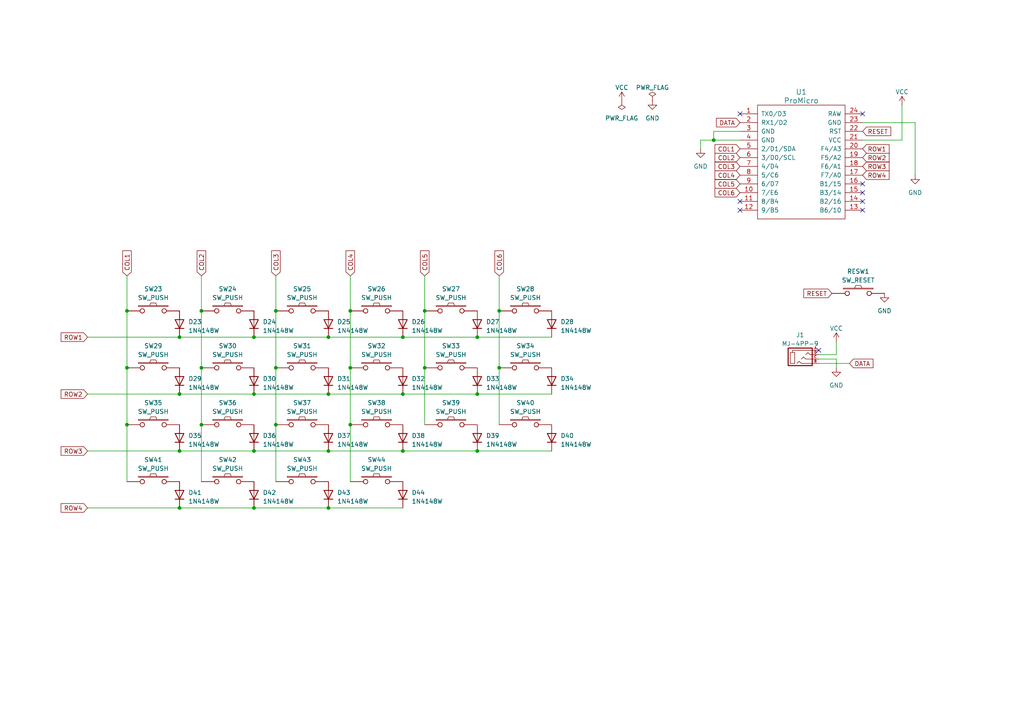
<source format=kicad_sch>
(kicad_sch (version 20230121) (generator eeschema)
  (paper "A4")
  (lib_symbols
    (symbol "Diode:1N4148W" (pin_numbers hide) (pin_names hide)
      (property "Reference" "D" (at 0 2.54 0))
      (property "Value" "1N4148W" (at 0 -2.54 0))
      (symbol "1N4148W_0_1"
        (polyline (pts (xy -1.27 1.27) (xy -1.27 -1.27)) (stroke (width 0.254)))
        (polyline (pts (xy 1.27 0) (xy -1.27 0)))
        (polyline (pts (xy 1.27 1.27) (xy 1.27 -1.27) (xy -1.27 0) (xy 1.27 1.27)) (stroke (width 0.254)))
      )
      (symbol "1N4148W_1_1"
        (pin passive line (at -3.81 0 0) (length 2.54) (name "K") (number "1"))
        (pin passive line (at 3.81 0 180) (length 2.54) (name "A") (number "2"))
      )
    )
    (symbol "kbd:MJ-4PP-9" (pin_names (offset 1.016))
      (property "Reference" "J" (at 0 3.81 0))
      (property "Value" "MJ-4PP-9" (at 0 -3.81 0))
      (symbol "MJ-4PP-9_0_1"
        (rectangle (start -1.905 -1.905) (end -3.175 1.27))
        (polyline (pts (xy -2.54 1.27) (xy -2.54 1.905) (xy 3.175 1.905)))
        (polyline (pts (xy -1.27 -1.905) (xy -0.635 -1.27) (xy 0 -1.905) (xy 3.175 -1.905)))
        (polyline (pts (xy 0 -0.635) (xy 0.635 0) (xy 1.27 -0.635) (xy 3.175 -0.635)))
        (polyline (pts (xy 1.27 0.635) (xy 1.905 1.27) (xy 2.54 0.635) (xy 3.175 0.635)))
        (rectangle (start 3.175 2.54) (end -3.81 -2.54) (stroke (width 0.3048)))
      )
      (symbol "MJ-4PP-9_1_1"
        (pin input line (at 5.08 1.905 180) (length 2.0066) (name "~") (number "A"))
        (pin input line (at 5.08 -1.905 180) (length 2.0066) (name "~") (number "B"))
        (pin input line (at 5.08 -0.635 180) (length 2.0066) (name "~") (number "C"))
        (pin input line (at 5.08 0.635 180) (length 2.0066) (name "~") (number "D"))
      )
    )
    (symbol "kbd:ProMicro" (pin_names (offset 1.016))
      (property "Reference" "U" (at 0 19.05 0))
      (property "Value" "ProMicro" (at 0 -19.05 0))
      (symbol "ProMicro_0_1"
        (rectangle (start -12.7 16.51) (end 12.7 -16.51))
      )
      (symbol "ProMicro_1_1"
        (pin bidirectional line (at -17.78 13.97 0) (length 5.08) (name "TX0/D3") (number "1"))
        (pin bidirectional line (at -17.78 -8.89 0) (length 5.08) (name "7/E6") (number "10"))
        (pin bidirectional line (at -17.78 -11.43 0) (length 5.08) (name "8/B4") (number "11"))
        (pin bidirectional line (at -17.78 -13.97 0) (length 5.08) (name "9/B5") (number "12"))
        (pin bidirectional line (at 17.78 -13.97 180) (length 5.08) (name "B6/10") (number "13"))
        (pin bidirectional line (at 17.78 -11.43 180) (length 5.08) (name "B2/16") (number "14"))
        (pin bidirectional line (at 17.78 -8.89 180) (length 5.08) (name "B3/14") (number "15"))
        (pin bidirectional line (at 17.78 -6.35 180) (length 5.08) (name "B1/15") (number "16"))
        (pin bidirectional line (at 17.78 -3.81 180) (length 5.08) (name "F7/A0") (number "17"))
        (pin bidirectional line (at 17.78 -1.27 180) (length 5.08) (name "F6/A1") (number "18"))
        (pin bidirectional line (at 17.78 1.27 180) (length 5.08) (name "F5/A2") (number "19"))
        (pin bidirectional line (at -17.78 11.43 0) (length 5.08) (name "RX1/D2") (number "2"))
        (pin bidirectional line (at 17.78 3.81 180) (length 5.08) (name "F4/A3") (number "20"))
        (pin power_in line (at 17.78 6.35 180) (length 5.08) (name "VCC") (number "21"))
        (pin input line (at 17.78 8.89 180) (length 5.08) (name "RST") (number "22"))
        (pin power_in line (at 17.78 11.43 180) (length 5.08) (name "GND") (number "23"))
        (pin power_out line (at 17.78 13.97 180) (length 5.08) (name "RAW") (number "24"))
        (pin power_in line (at -17.78 8.89 0) (length 5.08) (name "GND") (number "3"))
        (pin power_in line (at -17.78 6.35 0) (length 5.08) (name "GND") (number "4"))
        (pin bidirectional line (at -17.78 3.81 0) (length 5.08) (name "2/D1/SDA") (number "5"))
        (pin bidirectional line (at -17.78 1.27 0) (length 5.08) (name "3/D0/SCL") (number "6"))
        (pin bidirectional line (at -17.78 -1.27 0) (length 5.08) (name "4/D4") (number "7"))
        (pin bidirectional line (at -17.78 -3.81 0) (length 5.08) (name "5/C6") (number "8"))
        (pin bidirectional line (at -17.78 -6.35 0) (length 5.08) (name "6/D7") (number "9"))
      )
    )
    (symbol "kbd:SW_PUSH" (pin_numbers hide) (pin_names (offset 1.016) hide)
      (property "Reference" "SW" (at 3.81 2.794 0))
      (property "Value" "SW_PUSH" (at 0 -2.032 0))
      (symbol "SW_PUSH_0_1"
        (rectangle (start -4.318 1.27) (end 4.318 1.524))
        (polyline (pts (xy -1.016 1.524) (xy -0.762 2.286) (xy 0.762 2.286) (xy 1.016 1.524)))
        (pin passive inverted (at -7.62 0 0) (length 5.08) (name "1") (number "1"))
        (pin passive inverted (at 7.62 0 180) (length 5.08) (name "2") (number "2"))
      )
    )
    (symbol "power:GND" (power) (pin_names (offset 0))
      (property "Value" "GND" (at 0 -3.81 0))
      (symbol "GND_0_1"
        (polyline (pts (xy 0 0) (xy 0 -1.27) (xy 1.27 -1.27) (xy 0 -2.54) (xy -1.27 -1.27) (xy 0 -1.27)))
      )
      (symbol "GND_1_1"
        (pin power_in line (at 0 0 270) (length 0) hide (name "GND") (number "1"))
      )
    )
    (symbol "power:PWR_FLAG" (power) (pin_numbers hide) (pin_names (offset 0) hide)
      (property "Value" "PWR_FLAG" (at 0 3.81 0))
      (symbol "PWR_FLAG_0_0"
        (pin power_out line (at 0 0 90) (length 0) (name "pwr") (number "1"))
      )
      (symbol "PWR_FLAG_0_1"
        (polyline (pts (xy 0 0) (xy 0 1.27) (xy -1.016 1.905) (xy 0 2.54) (xy 1.016 1.905) (xy 0 1.27)))
      )
    )
    (symbol "power:VCC" (power) (pin_names (offset 0))
      (property "Value" "VCC" (at 0 3.81 0))
      (symbol "VCC_0_1"
        (polyline (pts (xy -0.762 1.27) (xy 0 2.54)))
        (polyline (pts (xy 0 0) (xy 0 2.54)))
        (polyline (pts (xy 0 2.54) (xy 0.762 1.27)))
      )
      (symbol "VCC_1_1"
        (pin power_in line (at 0 0 90) (length 0) hide (name "VCC") (number "1"))
      )
    )
  )
  (junction (at 73.66 147.32))
  (junction (at 95.25 147.32))
  (junction (at 138.43 114.3))
  (junction (at 138.43 97.79))
  (junction (at 36.83 123.19))
  (junction (at 36.83 106.68))
  (junction (at 73.66 97.79))
  (junction (at 101.6 106.68))
  (junction (at 138.43 130.81))
  (junction (at 58.42 106.68))
  (junction (at 80.01 106.68))
  (junction (at 116.84 130.81))
  (junction (at 101.6 123.19))
  (junction (at 52.07 114.3))
  (junction (at 58.42 123.19))
  (junction (at 101.6 90.17))
  (junction (at 116.84 97.79))
  (junction (at 95.25 97.79))
  (junction (at 95.25 130.81))
  (junction (at 116.84 114.3))
  (junction (at 52.07 130.81))
  (junction (at 52.07 147.32))
  (junction (at 36.83 90.17))
  (junction (at 80.01 90.17))
  (junction (at 80.01 123.19))
  (junction (at 73.66 114.3))
  (junction (at 207.01 40.64))
  (junction (at 144.78 106.68))
  (junction (at 73.66 130.81))
  (junction (at 58.42 90.17))
  (junction (at 144.78 90.17))
  (junction (at 123.19 90.17))
  (junction (at 95.25 114.3))
  (junction (at 52.07 97.79))
  (junction (at 123.19 106.68))
  (no_connect (at 250.19 55.88))
  (no_connect (at 237.49 101.6))
  (no_connect (at 250.19 53.34))
  (no_connect (at 250.19 33.02))
  (no_connect (at 250.19 60.96))
  (no_connect (at 214.63 58.42))
  (no_connect (at 214.63 33.02))
  (no_connect (at 250.19 58.42))
  (no_connect (at 214.63 60.96))
  (wire (pts (xy 52.07 114.3) (xy 73.66 114.3)))
  (wire (pts (xy 73.66 130.81) (xy 95.25 130.81)))
  (wire (pts (xy 261.62 30.48) (xy 261.62 40.64)))
  (wire (pts (xy 95.25 97.79) (xy 116.84 97.79)))
  (wire (pts (xy 101.6 106.68) (xy 101.6 123.19)))
  (wire (pts (xy 80.01 123.19) (xy 80.01 139.7)))
  (wire (pts (xy 237.49 104.14) (xy 242.57 104.14)))
  (wire (pts (xy 123.19 106.68) (xy 123.19 123.19)))
  (wire (pts (xy 214.63 38.1) (xy 207.01 38.1)))
  (wire (pts (xy 242.57 99.06) (xy 242.57 102.87)))
  (wire (pts (xy 25.4 97.79) (xy 52.07 97.79)))
  (wire (pts (xy 144.78 106.68) (xy 144.78 123.19)))
  (wire (pts (xy 246.38 105.41) (xy 237.49 105.41)))
  (wire (pts (xy 58.42 80.01) (xy 58.42 90.17)))
  (wire (pts (xy 25.4 130.81) (xy 52.07 130.81)))
  (wire (pts (xy 138.43 130.81) (xy 160.02 130.81)))
  (wire (pts (xy 73.66 97.79) (xy 95.25 97.79)))
  (wire (pts (xy 36.83 90.17) (xy 36.83 106.68)))
  (wire (pts (xy 138.43 97.79) (xy 160.02 97.79)))
  (wire (pts (xy 123.19 80.01) (xy 123.19 90.17)))
  (wire (pts (xy 123.19 90.17) (xy 123.19 106.68)))
  (wire (pts (xy 237.49 102.87) (xy 242.57 102.87)))
  (wire (pts (xy 36.83 80.01) (xy 36.83 90.17)))
  (wire (pts (xy 73.66 147.32) (xy 95.25 147.32)))
  (wire (pts (xy 116.84 97.79) (xy 138.43 97.79)))
  (wire (pts (xy 80.01 106.68) (xy 80.01 123.19)))
  (wire (pts (xy 144.78 80.01) (xy 144.78 90.17)))
  (wire (pts (xy 36.83 123.19) (xy 36.83 139.7)))
  (wire (pts (xy 250.19 35.56) (xy 265.43 35.56)))
  (wire (pts (xy 203.2 40.64) (xy 203.2 43.18)))
  (wire (pts (xy 138.43 114.3) (xy 160.02 114.3)))
  (wire (pts (xy 95.25 130.81) (xy 116.84 130.81)))
  (wire (pts (xy 214.63 40.64) (xy 207.01 40.64)))
  (wire (pts (xy 58.42 90.17) (xy 58.42 106.68)))
  (wire (pts (xy 80.01 90.17) (xy 80.01 106.68)))
  (wire (pts (xy 265.43 35.56) (xy 265.43 50.8)))
  (wire (pts (xy 101.6 80.01) (xy 101.6 90.17)))
  (wire (pts (xy 116.84 114.3) (xy 138.43 114.3)))
  (wire (pts (xy 203.2 40.64) (xy 207.01 40.64)))
  (wire (pts (xy 58.42 123.19) (xy 58.42 139.7)))
  (wire (pts (xy 95.25 114.3) (xy 116.84 114.3)))
  (wire (pts (xy 25.4 147.32) (xy 52.07 147.32)))
  (wire (pts (xy 73.66 114.3) (xy 95.25 114.3)))
  (wire (pts (xy 36.83 106.68) (xy 36.83 123.19)))
  (wire (pts (xy 58.42 106.68) (xy 58.42 123.19)))
  (wire (pts (xy 116.84 130.81) (xy 138.43 130.81)))
  (wire (pts (xy 101.6 90.17) (xy 101.6 106.68)))
  (wire (pts (xy 250.19 40.64) (xy 261.62 40.64)))
  (wire (pts (xy 207.01 38.1) (xy 207.01 40.64)))
  (wire (pts (xy 52.07 97.79) (xy 73.66 97.79)))
  (wire (pts (xy 242.57 104.14) (xy 242.57 106.68)))
  (wire (pts (xy 101.6 123.19) (xy 101.6 139.7)))
  (wire (pts (xy 95.25 147.32) (xy 116.84 147.32)))
  (wire (pts (xy 52.07 147.32) (xy 73.66 147.32)))
  (wire (pts (xy 80.01 80.01) (xy 80.01 90.17)))
  (wire (pts (xy 52.07 130.81) (xy 73.66 130.81)))
  (wire (pts (xy 25.4 114.3) (xy 52.07 114.3)))
  (wire (pts (xy 144.78 90.17) (xy 144.78 106.68)))
  (global_label "COL4" (shape input) (at 101.6 80.01 90) (property "Intersheetrefs" "${INTERSHEET_REFS}" (effects hide)))
  (global_label "ROW3" (shape input) (at 25.4 130.81 180) (property "Intersheetrefs" "${INTERSHEET_REFS}" (effects hide)))
  (global_label "COL3" (shape input) (at 214.63 48.26 180) (property "Intersheetrefs" "${INTERSHEET_REFS}" (effects hide)))
  (global_label "COL4" (shape input) (at 214.63 50.8 180) (property "Intersheetrefs" "${INTERSHEET_REFS}" (effects hide)))
  (global_label "COL6" (shape input) (at 214.63 55.88 180) (property "Intersheetrefs" "${INTERSHEET_REFS}" (effects hide)))
  (global_label "RESET" (shape input) (at 241.3 85.09 180) (property "Intersheetrefs" "${INTERSHEET_REFS}" (effects hide)))
  (global_label "ROW2" (shape input) (at 250.19 45.72 0) (property "Intersheetrefs" "${INTERSHEET_REFS}" (effects hide)))
  (global_label "DATA" (shape input) (at 246.38 105.41 0) (property "Intersheetrefs" "${INTERSHEET_REFS}" (effects hide)))
  (global_label "RESET" (shape input) (at 250.19 38.1 0) (property "Intersheetrefs" "${INTERSHEET_REFS}" (effects hide)))
  (global_label "COL5" (shape input) (at 214.63 53.34 180) (property "Intersheetrefs" "${INTERSHEET_REFS}" (effects hide)))
  (global_label "COL3" (shape input) (at 80.01 80.01 90) (property "Intersheetrefs" "${INTERSHEET_REFS}" (effects hide)))
  (global_label "COL5" (shape input) (at 123.19 80.01 90) (property "Intersheetrefs" "${INTERSHEET_REFS}" (effects hide)))
  (global_label "ROW1" (shape input) (at 25.4 97.79 180) (property "Intersheetrefs" "${INTERSHEET_REFS}" (effects hide)))
  (global_label "ROW4" (shape input) (at 25.4 147.32 180) (property "Intersheetrefs" "${INTERSHEET_REFS}" (effects hide)))
  (global_label "COL1" (shape input) (at 36.83 80.01 90) (property "Intersheetrefs" "${INTERSHEET_REFS}" (effects hide)))
  (global_label "COL6" (shape input) (at 144.78 80.01 90) (property "Intersheetrefs" "${INTERSHEET_REFS}" (effects hide)))
  (global_label "COL2" (shape input) (at 214.63 45.72 180) (property "Intersheetrefs" "${INTERSHEET_REFS}" (effects hide)))
  (global_label "ROW3" (shape input) (at 250.19 48.26 0) (property "Intersheetrefs" "${INTERSHEET_REFS}" (effects hide)))
  (global_label "ROW4" (shape input) (at 250.19 50.8 0) (property "Intersheetrefs" "${INTERSHEET_REFS}" (effects hide)))
  (global_label "DATA" (shape input) (at 214.63 35.56 180) (property "Intersheetrefs" "${INTERSHEET_REFS}" (effects hide)))
  (global_label "COL1" (shape input) (at 214.63 43.18 180) (property "Intersheetrefs" "${INTERSHEET_REFS}" (effects hide)))
  (global_label "ROW1" (shape input) (at 250.19 43.18 0) (property "Intersheetrefs" "${INTERSHEET_REFS}" (effects hide)))
  (global_label "COL2" (shape input) (at 58.42 80.01 90) (property "Intersheetrefs" "${INTERSHEET_REFS}" (effects hide)))
  (global_label "ROW2" (shape input) (at 25.4 114.3 180) (property "Intersheetrefs" "${INTERSHEET_REFS}" (effects hide)))
  (symbol (lib_id "kbd:SW_PUSH") (at 109.22 123.19 0) (unit 1)
    (property "Reference" "SW38" (at 109.22 116.84 0))
    (property "Value" "SW_PUSH" (at 109.22 119.38 0))
    (property "Footprint" "kbd:CherryMX_Hotswap" (effects hide))
  )
  (symbol (lib_id "kbd:SW_PUSH") (at 109.22 139.7 0) (unit 1)
    (property "Reference" "SW44" (at 109.22 133.35 0))
    (property "Value" "SW_PUSH" (at 109.22 135.89 0))
    (property "Footprint" "kbd:CherryMX_Hotswap" (effects hide))
  )
  (symbol (lib_id "Diode:1N4148W") (at 138.43 93.98 90) (unit 1)
    (property "Reference" "D27" (at 140.97 93.345 90) (effects (justify right)))
    (property "Value" "1N4148W" (at 140.97 95.885 90) (effects (justify right)))
    (property "Footprint" "kbd:D3_TH_SMD_v2" (effects hide))
    (property "Datasheet" "https://www.vishay.com/docs/85748/1n4148w.pdf" (effects hide))
    (property "Sim.Device" "D" (effects hide))
    (property "Sim.Pins" "1=K 2=A" (effects hide))
  )
  (symbol (lib_id "Diode:1N4148W") (at 116.84 143.51 90) (unit 1)
    (property "Reference" "D44" (at 119.38 142.875 90) (effects (justify right)))
    (property "Value" "1N4148W" (at 119.38 145.415 90) (effects (justify right)))
    (property "Footprint" "kbd:D3_TH_SMD_v2" (effects hide))
    (property "Datasheet" "https://www.vishay.com/docs/85748/1n4148w.pdf" (effects hide))
    (property "Sim.Device" "D" (effects hide))
    (property "Sim.Pins" "1=K 2=A" (effects hide))
  )
  (symbol (lib_id "kbd:SW_PUSH") (at 152.4 90.17 0) (unit 1)
    (property "Reference" "SW28" (at 152.4 83.82 0))
    (property "Value" "SW_PUSH" (at 152.4 86.36 0))
    (property "Footprint" "kbd:CherryMX_Hotswap" (effects hide))
  )
  (symbol (lib_id "Diode:1N4148W") (at 160.02 110.49 90) (unit 1)
    (property "Reference" "D34" (at 162.56 109.855 90) (effects (justify right)))
    (property "Value" "1N4148W" (at 162.56 112.395 90) (effects (justify right)))
    (property "Footprint" "kbd:D3_TH_SMD_v2" (effects hide))
    (property "Datasheet" "https://www.vishay.com/docs/85748/1n4148w.pdf" (effects hide))
    (property "Sim.Device" "D" (effects hide))
    (property "Sim.Pins" "1=K 2=A" (effects hide))
  )
  (symbol (lib_id "Diode:1N4148W") (at 116.84 110.49 90) (unit 1)
    (property "Reference" "D32" (at 119.38 109.855 90) (effects (justify right)))
    (property "Value" "1N4148W" (at 119.38 112.395 90) (effects (justify right)))
    (property "Footprint" "kbd:D3_TH_SMD_v2" (effects hide))
    (property "Datasheet" "https://www.vishay.com/docs/85748/1n4148w.pdf" (effects hide))
    (property "Sim.Device" "D" (effects hide))
    (property "Sim.Pins" "1=K 2=A" (effects hide))
  )
  (symbol (lib_id "Diode:1N4148W") (at 52.07 93.98 90) (unit 1)
    (property "Reference" "D23" (at 54.61 93.345 90) (effects (justify right)))
    (property "Value" "1N4148W" (at 54.61 95.885 90) (effects (justify right)))
    (property "Footprint" "kbd:D3_TH_SMD_v2" (effects hide))
    (property "Datasheet" "https://www.vishay.com/docs/85748/1n4148w.pdf" (effects hide))
    (property "Sim.Device" "D" (effects hide))
    (property "Sim.Pins" "1=K 2=A" (effects hide))
  )
  (symbol (lib_id "Diode:1N4148W") (at 95.25 110.49 90) (unit 1)
    (property "Reference" "D31" (at 97.79 109.855 90) (effects (justify right)))
    (property "Value" "1N4148W" (at 97.79 112.395 90) (effects (justify right)))
    (property "Footprint" "kbd:D3_TH_SMD_v2" (effects hide))
    (property "Datasheet" "https://www.vishay.com/docs/85748/1n4148w.pdf" (effects hide))
    (property "Sim.Device" "D" (effects hide))
    (property "Sim.Pins" "1=K 2=A" (effects hide))
  )
  (symbol (lib_id "power:GND") (at 203.2 43.18 0) (unit 1)
    (property "Reference" "#PWR03" (effects hide))
    (property "Value" "GND" (at 203.2 48.26 0))
  )
  (symbol (lib_id "kbd:SW_PUSH") (at 152.4 123.19 0) (unit 1)
    (property "Reference" "SW40" (at 152.4 116.84 0))
    (property "Value" "SW_PUSH" (at 152.4 119.38 0))
    (property "Footprint" "kbd:CherryMX_Hotswap" (effects hide))
  )
  (symbol (lib_id "Diode:1N4148W") (at 52.07 127 90) (unit 1)
    (property "Reference" "D35" (at 54.61 126.365 90) (effects (justify right)))
    (property "Value" "1N4148W" (at 54.61 128.905 90) (effects (justify right)))
    (property "Footprint" "kbd:D3_TH_SMD_v2" (effects hide))
    (property "Datasheet" "https://www.vishay.com/docs/85748/1n4148w.pdf" (effects hide))
    (property "Sim.Device" "D" (effects hide))
    (property "Sim.Pins" "1=K 2=A" (effects hide))
  )
  (symbol (lib_id "kbd:MJ-4PP-9") (at 232.41 103.505 0) (unit 1)
    (property "Reference" "J1" (at 232.0925 97.155 0))
    (property "Value" "MJ-4PP-9" (at 232.0925 99.695 0))
    (property "Footprint" "kbd:MJ-4PP-9_1side" (effects hide))
  )
  (symbol (lib_id "kbd:SW_PUSH") (at 248.92 85.09 0) (unit 1)
    (property "Reference" "RESW1" (at 248.92 78.74 0))
    (property "Value" "SW_RESET" (at 248.92 81.28 0))
    (property "Footprint" "kbd:ResetSW_1side" (effects hide))
  )
  (symbol (lib_id "kbd:SW_PUSH") (at 87.63 139.7 0) (unit 1)
    (property "Reference" "SW43" (at 87.63 133.35 0))
    (property "Value" "SW_PUSH" (at 87.63 135.89 0))
    (property "Footprint" "kbd:CherryMX_Hotswap" (effects hide))
  )
  (symbol (lib_id "power:GND") (at 242.57 106.68 0) (unit 1)
    (property "Reference" "#PWR05" (effects hide))
    (property "Value" "GND" (at 242.57 111.76 0))
  )
  (symbol (lib_id "Diode:1N4148W") (at 116.84 127 90) (unit 1)
    (property "Reference" "D38" (at 119.38 126.365 90) (effects (justify right)))
    (property "Value" "1N4148W" (at 119.38 128.905 90) (effects (justify right)))
    (property "Footprint" "kbd:D3_TH_SMD_v2" (effects hide))
    (property "Datasheet" "https://www.vishay.com/docs/85748/1n4148w.pdf" (effects hide))
    (property "Sim.Device" "D" (effects hide))
    (property "Sim.Pins" "1=K 2=A" (effects hide))
  )
  (symbol (lib_id "Diode:1N4148W") (at 73.66 110.49 90) (unit 1)
    (property "Reference" "D30" (at 76.2 109.855 90) (effects (justify right)))
    (property "Value" "1N4148W" (at 76.2 112.395 90) (effects (justify right)))
    (property "Footprint" "kbd:D3_TH_SMD_v2" (effects hide))
    (property "Datasheet" "https://www.vishay.com/docs/85748/1n4148w.pdf" (effects hide))
    (property "Sim.Device" "D" (effects hide))
    (property "Sim.Pins" "1=K 2=A" (effects hide))
  )
  (symbol (lib_id "kbd:SW_PUSH") (at 130.81 123.19 0) (unit 1)
    (property "Reference" "SW39" (at 130.81 116.84 0))
    (property "Value" "SW_PUSH" (at 130.81 119.38 0))
    (property "Footprint" "kbd:CherryMX_Hotswap" (effects hide))
  )
  (symbol (lib_id "kbd:SW_PUSH") (at 87.63 106.68 0) (unit 1)
    (property "Reference" "SW31" (at 87.63 100.33 0))
    (property "Value" "SW_PUSH" (at 87.63 102.87 0))
    (property "Footprint" "kbd:CherryMX_Hotswap" (effects hide))
  )
  (symbol (lib_id "Diode:1N4148W") (at 95.25 127 90) (unit 1)
    (property "Reference" "D37" (at 97.79 126.365 90) (effects (justify right)))
    (property "Value" "1N4148W" (at 97.79 128.905 90) (effects (justify right)))
    (property "Footprint" "kbd:D3_TH_SMD_v2" (effects hide))
    (property "Datasheet" "https://www.vishay.com/docs/85748/1n4148w.pdf" (effects hide))
    (property "Sim.Device" "D" (effects hide))
    (property "Sim.Pins" "1=K 2=A" (effects hide))
  )
  (symbol (lib_id "Diode:1N4148W") (at 95.25 143.51 90) (unit 1)
    (property "Reference" "D43" (at 97.79 142.875 90) (effects (justify right)))
    (property "Value" "1N4148W" (at 97.79 145.415 90) (effects (justify right)))
    (property "Footprint" "kbd:D3_TH_SMD_v2" (effects hide))
    (property "Datasheet" "https://www.vishay.com/docs/85748/1n4148w.pdf" (effects hide))
    (property "Sim.Device" "D" (effects hide))
    (property "Sim.Pins" "1=K 2=A" (effects hide))
  )
  (symbol (lib_id "kbd:SW_PUSH") (at 66.04 123.19 0) (unit 1)
    (property "Reference" "SW36" (at 66.04 116.84 0))
    (property "Value" "SW_PUSH" (at 66.04 119.38 0))
    (property "Footprint" "kbd:CherryMX_Hotswap" (effects hide))
  )
  (symbol (lib_id "kbd:SW_PUSH") (at 66.04 106.68 0) (unit 1)
    (property "Reference" "SW30" (at 66.04 100.33 0))
    (property "Value" "SW_PUSH" (at 66.04 102.87 0))
    (property "Footprint" "kbd:CherryMX_Hotswap" (effects hide))
  )
  (symbol (lib_id "power:PWR_FLAG") (at 189.23 29.21 0) (unit 1)
    (property "Reference" "#FLG01" (effects hide))
    (property "Value" "PWR_FLAG" (at 189.23 25.4 0))
  )
  (symbol (lib_id "kbd:SW_PUSH") (at 44.45 139.7 0) (unit 1)
    (property "Reference" "SW41" (at 44.45 133.35 0))
    (property "Value" "SW_PUSH" (at 44.45 135.89 0))
    (property "Footprint" "kbd:CherryMX_Hotswap" (effects hide))
  )
  (symbol (lib_id "kbd:ProMicro") (at 232.41 46.99 0) (unit 1)
    (property "Reference" "U1" (at 232.41 26.67 0) (effects (font (size 1.524 1.524))))
    (property "Value" "ProMicro" (at 232.41 29.21 0) (effects (font (size 1.524 1.524))))
    (property "Footprint" "kbd:ProMicro_v3" (effects hide))
  )
  (symbol (lib_id "power:GND") (at 189.23 29.21 0) (unit 1)
    (property "Reference" "#PWR08" (effects hide))
    (property "Value" "GND" (at 189.23 34.29 0))
  )
  (symbol (lib_id "Diode:1N4148W") (at 138.43 127 90) (unit 1)
    (property "Reference" "D39" (at 140.97 126.365 90) (effects (justify right)))
    (property "Value" "1N4148W" (at 140.97 128.905 90) (effects (justify right)))
    (property "Footprint" "kbd:D3_TH_SMD_v2" (effects hide))
    (property "Datasheet" "https://www.vishay.com/docs/85748/1n4148w.pdf" (effects hide))
    (property "Sim.Device" "D" (effects hide))
    (property "Sim.Pins" "1=K 2=A" (effects hide))
  )
  (symbol (lib_id "Diode:1N4148W") (at 73.66 127 90) (unit 1)
    (property "Reference" "D36" (at 76.2 126.365 90) (effects (justify right)))
    (property "Value" "1N4148W" (at 76.2 128.905 90) (effects (justify right)))
    (property "Footprint" "kbd:D3_TH_SMD_v2" (effects hide))
    (property "Datasheet" "https://www.vishay.com/docs/85748/1n4148w.pdf" (effects hide))
    (property "Sim.Device" "D" (effects hide))
    (property "Sim.Pins" "1=K 2=A" (effects hide))
  )
  (symbol (lib_id "kbd:SW_PUSH") (at 44.45 123.19 0) (unit 1)
    (property "Reference" "SW35" (at 44.45 116.84 0))
    (property "Value" "SW_PUSH" (at 44.45 119.38 0))
    (property "Footprint" "kbd:CherryMX_Hotswap" (effects hide))
  )
  (symbol (lib_id "Diode:1N4148W") (at 160.02 127 90) (unit 1)
    (property "Reference" "D40" (at 162.56 126.365 90) (effects (justify right)))
    (property "Value" "1N4148W" (at 162.56 128.905 90) (effects (justify right)))
    (property "Footprint" "kbd:D3_TH_SMD_v2" (effects hide))
    (property "Datasheet" "https://www.vishay.com/docs/85748/1n4148w.pdf" (effects hide))
    (property "Sim.Device" "D" (effects hide))
    (property "Sim.Pins" "1=K 2=A" (effects hide))
  )
  (symbol (lib_id "Diode:1N4148W") (at 52.07 110.49 90) (unit 1)
    (property "Reference" "D29" (at 54.61 109.855 90) (effects (justify right)))
    (property "Value" "1N4148W" (at 54.61 112.395 90) (effects (justify right)))
    (property "Footprint" "kbd:D3_TH_SMD_v2" (effects hide))
    (property "Datasheet" "https://www.vishay.com/docs/85748/1n4148w.pdf" (effects hide))
    (property "Sim.Device" "D" (effects hide))
    (property "Sim.Pins" "1=K 2=A" (effects hide))
  )
  (symbol (lib_id "power:VCC") (at 261.62 30.48 0) (unit 1)
    (property "Reference" "#PWR02" (effects hide))
    (property "Value" "VCC" (at 261.62 26.67 0))
  )
  (symbol (lib_id "Diode:1N4148W") (at 138.43 110.49 90) (unit 1)
    (property "Reference" "D33" (at 140.97 109.855 90) (effects (justify right)))
    (property "Value" "1N4148W" (at 140.97 112.395 90) (effects (justify right)))
    (property "Footprint" "kbd:D3_TH_SMD_v2" (effects hide))
    (property "Datasheet" "https://www.vishay.com/docs/85748/1n4148w.pdf" (effects hide))
    (property "Sim.Device" "D" (effects hide))
    (property "Sim.Pins" "1=K 2=A" (effects hide))
  )
  (symbol (lib_id "Diode:1N4148W") (at 73.66 143.51 90) (unit 1)
    (property "Reference" "D42" (at 76.2 142.875 90) (effects (justify right)))
    (property "Value" "1N4148W" (at 76.2 145.415 90) (effects (justify right)))
    (property "Footprint" "kbd:D3_TH_SMD_v2" (effects hide))
    (property "Datasheet" "https://www.vishay.com/docs/85748/1n4148w.pdf" (effects hide))
    (property "Sim.Device" "D" (effects hide))
    (property "Sim.Pins" "1=K 2=A" (effects hide))
  )
  (symbol (lib_id "kbd:SW_PUSH") (at 109.22 90.17 0) (unit 1)
    (property "Reference" "SW26" (at 109.22 83.82 0))
    (property "Value" "SW_PUSH" (at 109.22 86.36 0))
    (property "Footprint" "kbd:CherryMX_Hotswap" (effects hide))
  )
  (symbol (lib_id "kbd:SW_PUSH") (at 152.4 106.68 0) (unit 1)
    (property "Reference" "SW34" (at 152.4 100.33 0))
    (property "Value" "SW_PUSH" (at 152.4 102.87 0))
    (property "Footprint" "kbd:CherryMX_Hotswap" (effects hide))
  )
  (symbol (lib_id "kbd:SW_PUSH") (at 130.81 106.68 0) (unit 1)
    (property "Reference" "SW33" (at 130.81 100.33 0))
    (property "Value" "SW_PUSH" (at 130.81 102.87 0))
    (property "Footprint" "kbd:CherryMX_Hotswap" (effects hide))
  )
  (symbol (lib_id "kbd:SW_PUSH") (at 130.81 90.17 0) (unit 1)
    (property "Reference" "SW27" (at 130.81 83.82 0))
    (property "Value" "SW_PUSH" (at 130.81 86.36 0))
    (property "Footprint" "kbd:CherryMX_Hotswap" (effects hide))
  )
  (symbol (lib_id "Diode:1N4148W") (at 160.02 93.98 90) (unit 1)
    (property "Reference" "D28" (at 162.56 93.345 90) (effects (justify right)))
    (property "Value" "1N4148W" (at 162.56 95.885 90) (effects (justify right)))
    (property "Footprint" "kbd:D3_TH_SMD_v2" (effects hide))
    (property "Datasheet" "https://www.vishay.com/docs/85748/1n4148w.pdf" (effects hide))
    (property "Sim.Device" "D" (effects hide))
    (property "Sim.Pins" "1=K 2=A" (effects hide))
  )
  (symbol (lib_id "kbd:SW_PUSH") (at 87.63 123.19 0) (unit 1)
    (property "Reference" "SW37" (at 87.63 116.84 0))
    (property "Value" "SW_PUSH" (at 87.63 119.38 0))
    (property "Footprint" "kbd:CherryMX_Hotswap" (effects hide))
  )
  (symbol (lib_id "power:VCC") (at 242.57 99.06 0) (unit 1)
    (property "Reference" "#PWR06" (effects hide))
    (property "Value" "VCC" (at 242.57 95.25 0))
  )
  (symbol (lib_id "kbd:SW_PUSH") (at 44.45 106.68 0) (unit 1)
    (property "Reference" "SW29" (at 44.45 100.33 0))
    (property "Value" "SW_PUSH" (at 44.45 102.87 0))
    (property "Footprint" "kbd:CherryMX_Hotswap" (effects hide))
  )
  (symbol (lib_id "Diode:1N4148W") (at 95.25 93.98 90) (unit 1)
    (property "Reference" "D25" (at 97.79 93.345 90) (effects (justify right)))
    (property "Value" "1N4148W" (at 97.79 95.885 90) (effects (justify right)))
    (property "Footprint" "kbd:D3_TH_SMD_v2" (effects hide))
    (property "Datasheet" "https://www.vishay.com/docs/85748/1n4148w.pdf" (effects hide))
    (property "Sim.Device" "D" (effects hide))
    (property "Sim.Pins" "1=K 2=A" (effects hide))
  )
  (symbol (lib_id "Diode:1N4148W") (at 73.66 93.98 90) (unit 1)
    (property "Reference" "D24" (at 76.2 93.345 90) (effects (justify right)))
    (property "Value" "1N4148W" (at 76.2 95.885 90) (effects (justify right)))
    (property "Footprint" "kbd:D3_TH_SMD_v2" (effects hide))
    (property "Datasheet" "https://www.vishay.com/docs/85748/1n4148w.pdf" (effects hide))
    (property "Sim.Device" "D" (effects hide))
    (property "Sim.Pins" "1=K 2=A" (effects hide))
  )
  (symbol (lib_id "kbd:SW_PUSH") (at 87.63 90.17 0) (unit 1)
    (property "Reference" "SW25" (at 87.63 83.82 0))
    (property "Value" "SW_PUSH" (at 87.63 86.36 0))
    (property "Footprint" "kbd:CherryMX_Hotswap" (effects hide))
  )
  (symbol (lib_id "Diode:1N4148W") (at 116.84 93.98 90) (unit 1)
    (property "Reference" "D26" (at 119.38 93.345 90) (effects (justify right)))
    (property "Value" "1N4148W" (at 119.38 95.885 90) (effects (justify right)))
    (property "Footprint" "kbd:D3_TH_SMD_v2" (effects hide))
    (property "Datasheet" "https://www.vishay.com/docs/85748/1n4148w.pdf" (effects hide))
    (property "Sim.Device" "D" (effects hide))
    (property "Sim.Pins" "1=K 2=A" (effects hide))
  )
  (symbol (lib_id "power:GND") (at 265.43 50.8 0) (unit 1)
    (property "Reference" "#PWR01" (effects hide))
    (property "Value" "GND" (at 265.43 55.88 0))
  )
  (symbol (lib_id "kbd:SW_PUSH") (at 66.04 90.17 0) (unit 1)
    (property "Reference" "SW24" (at 66.04 83.82 0))
    (property "Value" "SW_PUSH" (at 66.04 86.36 0))
    (property "Footprint" "kbd:CherryMX_Hotswap" (effects hide))
  )
  (symbol (lib_id "power:PWR_FLAG") (at 180.34 29.21 180) (unit 1)
    (property "Reference" "#FLG02" (effects hide))
    (property "Value" "PWR_FLAG" (at 180.34 34.29 0))
  )
  (symbol (lib_id "kbd:SW_PUSH") (at 66.04 139.7 0) (unit 1)
    (property "Reference" "SW42" (at 66.04 133.35 0))
    (property "Value" "SW_PUSH" (at 66.04 135.89 0))
    (property "Footprint" "kbd:CherryMX_Hotswap" (effects hide))
  )
  (symbol (lib_id "Diode:1N4148W") (at 52.07 143.51 90) (unit 1)
    (property "Reference" "D41" (at 54.61 142.875 90) (effects (justify right)))
    (property "Value" "1N4148W" (at 54.61 145.415 90) (effects (justify right)))
    (property "Footprint" "kbd:D3_TH_SMD_v2" (effects hide))
    (property "Datasheet" "https://www.vishay.com/docs/85748/1n4148w.pdf" (effects hide))
    (property "Sim.Device" "D" (effects hide))
    (property "Sim.Pins" "1=K 2=A" (effects hide))
  )
  (symbol (lib_id "kbd:SW_PUSH") (at 109.22 106.68 0) (unit 1)
    (property "Reference" "SW32" (at 109.22 100.33 0))
    (property "Value" "SW_PUSH" (at 109.22 102.87 0))
    (property "Footprint" "kbd:CherryMX_Hotswap" (effects hide))
  )
  (symbol (lib_id "power:GND") (at 256.54 85.09 0) (unit 1)
    (property "Reference" "#PWR04" (effects hide))
    (property "Value" "GND" (at 256.54 90.17 0))
  )
  (symbol (lib_id "power:VCC") (at 180.34 29.21 0) (unit 1)
    (property "Reference" "#PWR07" (effects hide))
    (property "Value" "VCC" (at 180.34 25.4 0))
  )
  (symbol (lib_id "kbd:SW_PUSH") (at 44.45 90.17 0) (unit 1)
    (property "Reference" "SW23" (at 44.45 83.82 0))
    (property "Value" "SW_PUSH" (at 44.45 86.36 0))
    (property "Footprint" "kbd:CherryMX_Hotswap" (effects hide))
  )
)
</source>
